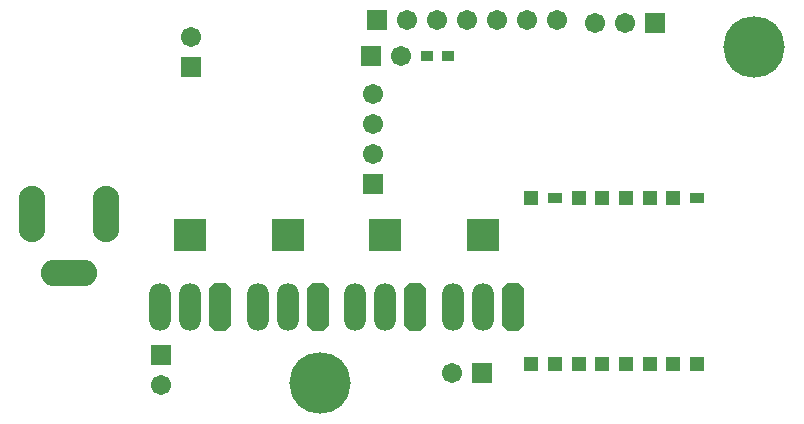
<source format=gbs>
G04*
G04 #@! TF.GenerationSoftware,Altium Limited,Altium Designer,20.0.13 (296)*
G04*
G04 Layer_Color=16711935*
%FSLAX25Y25*%
%MOIN*%
G70*
G01*
G75*
%ADD46R,0.04300X0.03800*%
%ADD65R,0.06706X0.06706*%
%ADD66C,0.06706*%
%ADD67R,0.06706X0.06706*%
%ADD68R,0.04737X0.03800*%
%ADD69C,0.20485*%
%ADD70O,0.08800X0.18800*%
%ADD71O,0.18800X0.08800*%
%ADD89R,0.10800X0.10800*%
%ADD90O,0.07300X0.15800*%
G04:AMPARAMS|DCode=91|XSize=158mil|YSize=73mil|CornerRadius=0mil|HoleSize=0mil|Usage=FLASHONLY|Rotation=90.000|XOffset=0mil|YOffset=0mil|HoleType=Round|Shape=Octagon|*
%AMOCTAGOND91*
4,1,8,0.01825,0.07900,-0.01825,0.07900,-0.03650,0.06075,-0.03650,-0.06075,-0.01825,-0.07900,0.01825,-0.07900,0.03650,-0.06075,0.03650,0.06075,0.01825,0.07900,0.0*
%
%ADD91OCTAGOND91*%

%ADD92R,0.04737X0.04737*%
D46*
X251600Y353500D02*
D03*
X258500D02*
D03*
D65*
X233000D02*
D03*
X235000Y365500D02*
D03*
X327500Y364500D02*
D03*
X270000Y248000D02*
D03*
D66*
X243000Y353500D02*
D03*
X233500Y341000D02*
D03*
Y331000D02*
D03*
Y321000D02*
D03*
X295000Y365500D02*
D03*
X285000D02*
D03*
X275000D02*
D03*
X265000D02*
D03*
X245000D02*
D03*
X255000D02*
D03*
X317500Y364500D02*
D03*
X307500D02*
D03*
X163000Y244000D02*
D03*
X260000Y248000D02*
D03*
X173000Y360000D02*
D03*
D67*
X233500Y311000D02*
D03*
X163000Y254000D02*
D03*
X173000Y350000D02*
D03*
D68*
X341500Y306118D02*
D03*
X294256D02*
D03*
D69*
X360500Y356500D02*
D03*
X216000Y244500D02*
D03*
D70*
X144409Y301000D02*
D03*
X120000D02*
D03*
D71*
X132205Y281315D02*
D03*
D89*
X172647Y293994D02*
D03*
X205147D02*
D03*
X270147D02*
D03*
X237647D02*
D03*
D90*
X172647Y269994D02*
D03*
X162647D02*
D03*
X205147D02*
D03*
X195147D02*
D03*
X270147D02*
D03*
X260147D02*
D03*
X237647D02*
D03*
X227647D02*
D03*
D91*
X182647D02*
D03*
X215147D02*
D03*
X280147D02*
D03*
X247647D02*
D03*
D92*
X333626Y306118D02*
D03*
X302130D02*
D03*
X317878D02*
D03*
Y251000D02*
D03*
X325752D02*
D03*
X333626D02*
D03*
X341500D02*
D03*
X310004D02*
D03*
X302130D02*
D03*
X294256D02*
D03*
X286382D02*
D03*
X325752Y306118D02*
D03*
X310004D02*
D03*
X286382D02*
D03*
M02*

</source>
